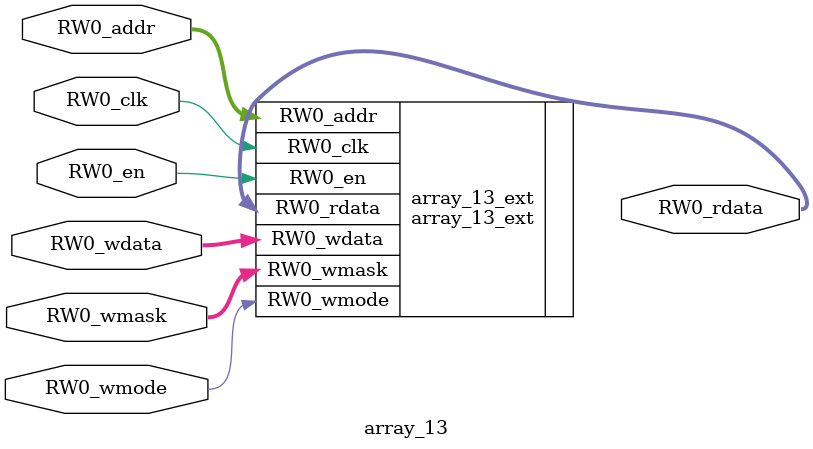
<source format=v>
`ifndef RANDOMIZE
  `ifdef RANDOMIZE_MEM_INIT
    `define RANDOMIZE
  `endif // RANDOMIZE_MEM_INIT
`endif // not def RANDOMIZE
`ifndef RANDOMIZE
  `ifdef RANDOMIZE_REG_INIT
    `define RANDOMIZE
  `endif // RANDOMIZE_REG_INIT
`endif // not def RANDOMIZE
`ifndef RANDOM
  `define RANDOM $random
`endif // not def RANDOM
// Users can define INIT_RANDOM as general code that gets injected into the
// initializer block for modules with registers.
`ifndef INIT_RANDOM
  `define INIT_RANDOM
`endif // not def INIT_RANDOM
// If using random initialization, you can also define RANDOMIZE_DELAY to
// customize the delay used, otherwise 0.002 is used.
`ifndef RANDOMIZE_DELAY
  `define RANDOMIZE_DELAY 0.002
`endif // not def RANDOMIZE_DELAY
// Define INIT_RANDOM_PROLOG_ for use in our modules below.
`ifndef INIT_RANDOM_PROLOG_
  `ifdef RANDOMIZE
    `ifdef VERILATOR
      `define INIT_RANDOM_PROLOG_ `INIT_RANDOM
    `else  // VERILATOR
      `define INIT_RANDOM_PROLOG_ `INIT_RANDOM #`RANDOMIZE_DELAY begin end
    `endif // VERILATOR
  `else  // RANDOMIZE
    `define INIT_RANDOM_PROLOG_
  `endif // RANDOMIZE
`endif // not def INIT_RANDOM_PROLOG_
// Include register initializers in init blocks unless synthesis is set
`ifndef SYNTHESIS
  `ifndef ENABLE_INITIAL_REG_
    `define ENABLE_INITIAL_REG_
  `endif // not def ENABLE_INITIAL_REG_
`endif // not def SYNTHESIS
// Include rmemory initializers in init blocks unless synthesis is set
`ifndef SYNTHESIS
  `ifndef ENABLE_INITIAL_MEM_
    `define ENABLE_INITIAL_MEM_
  `endif // not def ENABLE_INITIAL_MEM_
`endif // not def SYNTHESIS
module array_13(
  input  [8:0]  RW0_addr,
  input         RW0_en,
  input         RW0_clk,
  input         RW0_wmode,
  input  [79:0] RW0_wdata,
  output [79:0] RW0_rdata,
  input  [7:0]  RW0_wmask
);

  array_13_ext array_13_ext (
    .RW0_addr  (RW0_addr),
    .RW0_en    (RW0_en),
    .RW0_clk   (RW0_clk),
    .RW0_wmode (RW0_wmode),
    .RW0_wdata (RW0_wdata),
    .RW0_rdata (RW0_rdata),
    .RW0_wmask (RW0_wmask)
  );
endmodule


</source>
